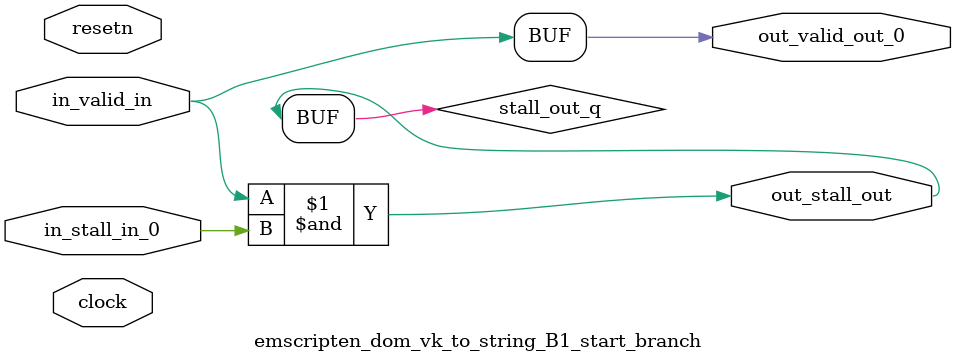
<source format=sv>



(* altera_attribute = "-name AUTO_SHIFT_REGISTER_RECOGNITION OFF; -name MESSAGE_DISABLE 10036; -name MESSAGE_DISABLE 10037; -name MESSAGE_DISABLE 14130; -name MESSAGE_DISABLE 14320; -name MESSAGE_DISABLE 15400; -name MESSAGE_DISABLE 14130; -name MESSAGE_DISABLE 10036; -name MESSAGE_DISABLE 12020; -name MESSAGE_DISABLE 12030; -name MESSAGE_DISABLE 12010; -name MESSAGE_DISABLE 12110; -name MESSAGE_DISABLE 14320; -name MESSAGE_DISABLE 13410; -name MESSAGE_DISABLE 113007; -name MESSAGE_DISABLE 10958" *)
module emscripten_dom_vk_to_string_B1_start_branch (
    input wire [0:0] in_stall_in_0,
    input wire [0:0] in_valid_in,
    output wire [0:0] out_stall_out,
    output wire [0:0] out_valid_out_0,
    input wire clock,
    input wire resetn
    );

    wire [0:0] stall_out_q;


    // stall_out(LOGICAL,6)
    assign stall_out_q = in_valid_in & in_stall_in_0;

    // out_stall_out(GPOUT,4)
    assign out_stall_out = stall_out_q;

    // out_valid_out_0(GPOUT,5)
    assign out_valid_out_0 = in_valid_in;

endmodule

</source>
